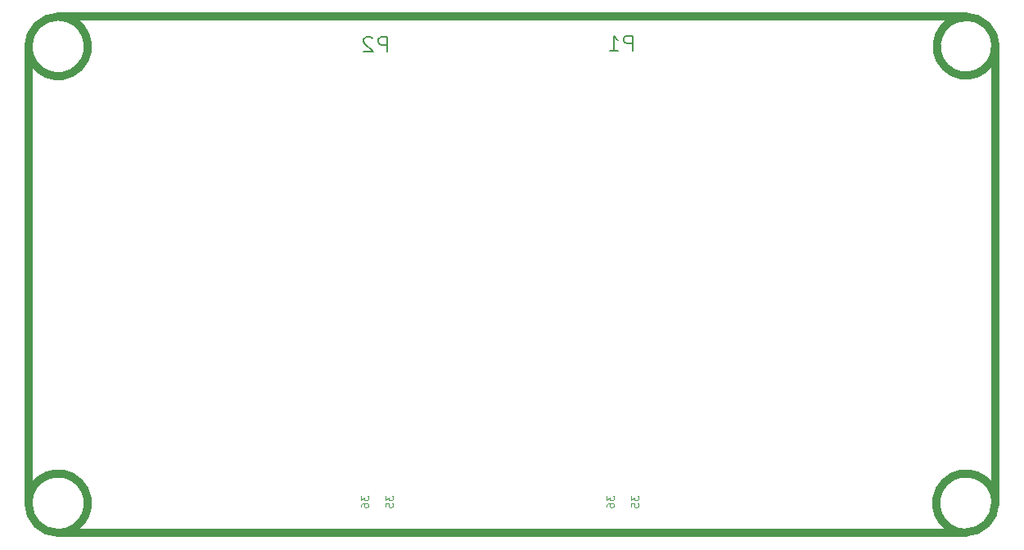
<source format=gbr>
%TF.GenerationSoftware,KiCad,Pcbnew,9.0.0*%
%TF.CreationDate,2025-04-10T12:41:04-04:00*%
%TF.ProjectId,PocketBeagle2Cape_rev1,506f636b-6574-4426-9561-676c65324361,rev?*%
%TF.SameCoordinates,Original*%
%TF.FileFunction,Legend,Bot*%
%TF.FilePolarity,Positive*%
%FSLAX46Y46*%
G04 Gerber Fmt 4.6, Leading zero omitted, Abs format (unit mm)*
G04 Created by KiCad (PCBNEW 9.0.0) date 2025-04-10 12:41:04*
%MOMM*%
%LPD*%
G01*
G04 APERTURE LIST*
%ADD10C,0.812800*%
%ADD11C,0.097536*%
%ADD12C,0.198120*%
G04 APERTURE END LIST*
D10*
X193921100Y-128628600D02*
X193921100Y-81378600D01*
X97001100Y-131708600D02*
X190901100Y-131708600D01*
X190901100Y-78298600D02*
G75*
G02*
X193981100Y-81378600I0J-3080000D01*
G01*
X93921100Y-81378600D02*
G75*
G02*
X97001100Y-78298600I3080000J0D01*
G01*
X97001100Y-78298600D02*
G75*
G02*
X93921100Y-81378600I0J-3080000D01*
G01*
X193921100Y-128628600D02*
G75*
G02*
X190901100Y-131648600I-3020000J0D01*
G01*
X190901100Y-78298600D02*
X97001100Y-78298600D01*
X193921100Y-81378600D02*
G75*
G02*
X190901100Y-78358600I-3020000J0D01*
G01*
X190901100Y-131708600D02*
G75*
G02*
X193981100Y-128628600I0J3080000D01*
G01*
X93921100Y-81378600D02*
X93921100Y-128628600D01*
X97001100Y-131708600D02*
G75*
G02*
X93921100Y-128628600I0J3080000D01*
G01*
X93921100Y-128628600D02*
G75*
G02*
X97001100Y-131708600I3080000J0D01*
G01*
D11*
X130879984Y-127844476D02*
X130879984Y-128322480D01*
X130879984Y-128322480D02*
X131174140Y-128065093D01*
X131174140Y-128065093D02*
X131174140Y-128175402D01*
X131174140Y-128175402D02*
X131210910Y-128248941D01*
X131210910Y-128248941D02*
X131247679Y-128285710D01*
X131247679Y-128285710D02*
X131321218Y-128322480D01*
X131321218Y-128322480D02*
X131505066Y-128322480D01*
X131505066Y-128322480D02*
X131578605Y-128285710D01*
X131578605Y-128285710D02*
X131615375Y-128248941D01*
X131615375Y-128248941D02*
X131652144Y-128175402D01*
X131652144Y-128175402D02*
X131652144Y-127954785D01*
X131652144Y-127954785D02*
X131615375Y-127881246D01*
X131615375Y-127881246D02*
X131578605Y-127844476D01*
X130879984Y-129021100D02*
X130879984Y-128653405D01*
X130879984Y-128653405D02*
X131247679Y-128616636D01*
X131247679Y-128616636D02*
X131210910Y-128653405D01*
X131210910Y-128653405D02*
X131174140Y-128726944D01*
X131174140Y-128726944D02*
X131174140Y-128910792D01*
X131174140Y-128910792D02*
X131210910Y-128984331D01*
X131210910Y-128984331D02*
X131247679Y-129021100D01*
X131247679Y-129021100D02*
X131321218Y-129057870D01*
X131321218Y-129057870D02*
X131505066Y-129057870D01*
X131505066Y-129057870D02*
X131578605Y-129021100D01*
X131578605Y-129021100D02*
X131615375Y-128984331D01*
X131615375Y-128984331D02*
X131652144Y-128910792D01*
X131652144Y-128910792D02*
X131652144Y-128726944D01*
X131652144Y-128726944D02*
X131615375Y-128653405D01*
X131615375Y-128653405D02*
X131578605Y-128616636D01*
X128339984Y-127844476D02*
X128339984Y-128322480D01*
X128339984Y-128322480D02*
X128634140Y-128065093D01*
X128634140Y-128065093D02*
X128634140Y-128175402D01*
X128634140Y-128175402D02*
X128670910Y-128248941D01*
X128670910Y-128248941D02*
X128707679Y-128285710D01*
X128707679Y-128285710D02*
X128781218Y-128322480D01*
X128781218Y-128322480D02*
X128965066Y-128322480D01*
X128965066Y-128322480D02*
X129038605Y-128285710D01*
X129038605Y-128285710D02*
X129075375Y-128248941D01*
X129075375Y-128248941D02*
X129112144Y-128175402D01*
X129112144Y-128175402D02*
X129112144Y-127954785D01*
X129112144Y-127954785D02*
X129075375Y-127881246D01*
X129075375Y-127881246D02*
X129038605Y-127844476D01*
X128339984Y-128984331D02*
X128339984Y-128837253D01*
X128339984Y-128837253D02*
X128376754Y-128763714D01*
X128376754Y-128763714D02*
X128413523Y-128726944D01*
X128413523Y-128726944D02*
X128523832Y-128653405D01*
X128523832Y-128653405D02*
X128670910Y-128616636D01*
X128670910Y-128616636D02*
X128965066Y-128616636D01*
X128965066Y-128616636D02*
X129038605Y-128653405D01*
X129038605Y-128653405D02*
X129075375Y-128690175D01*
X129075375Y-128690175D02*
X129112144Y-128763714D01*
X129112144Y-128763714D02*
X129112144Y-128910792D01*
X129112144Y-128910792D02*
X129075375Y-128984331D01*
X129075375Y-128984331D02*
X129038605Y-129021100D01*
X129038605Y-129021100D02*
X128965066Y-129057870D01*
X128965066Y-129057870D02*
X128781218Y-129057870D01*
X128781218Y-129057870D02*
X128707679Y-129021100D01*
X128707679Y-129021100D02*
X128670910Y-128984331D01*
X128670910Y-128984331D02*
X128634140Y-128910792D01*
X128634140Y-128910792D02*
X128634140Y-128763714D01*
X128634140Y-128763714D02*
X128670910Y-128690175D01*
X128670910Y-128690175D02*
X128707679Y-128653405D01*
X128707679Y-128653405D02*
X128781218Y-128616636D01*
X153739984Y-127844476D02*
X153739984Y-128322480D01*
X153739984Y-128322480D02*
X154034140Y-128065093D01*
X154034140Y-128065093D02*
X154034140Y-128175402D01*
X154034140Y-128175402D02*
X154070910Y-128248941D01*
X154070910Y-128248941D02*
X154107679Y-128285710D01*
X154107679Y-128285710D02*
X154181218Y-128322480D01*
X154181218Y-128322480D02*
X154365066Y-128322480D01*
X154365066Y-128322480D02*
X154438605Y-128285710D01*
X154438605Y-128285710D02*
X154475375Y-128248941D01*
X154475375Y-128248941D02*
X154512144Y-128175402D01*
X154512144Y-128175402D02*
X154512144Y-127954785D01*
X154512144Y-127954785D02*
X154475375Y-127881246D01*
X154475375Y-127881246D02*
X154438605Y-127844476D01*
X153739984Y-128984331D02*
X153739984Y-128837253D01*
X153739984Y-128837253D02*
X153776754Y-128763714D01*
X153776754Y-128763714D02*
X153813523Y-128726944D01*
X153813523Y-128726944D02*
X153923832Y-128653405D01*
X153923832Y-128653405D02*
X154070910Y-128616636D01*
X154070910Y-128616636D02*
X154365066Y-128616636D01*
X154365066Y-128616636D02*
X154438605Y-128653405D01*
X154438605Y-128653405D02*
X154475375Y-128690175D01*
X154475375Y-128690175D02*
X154512144Y-128763714D01*
X154512144Y-128763714D02*
X154512144Y-128910792D01*
X154512144Y-128910792D02*
X154475375Y-128984331D01*
X154475375Y-128984331D02*
X154438605Y-129021100D01*
X154438605Y-129021100D02*
X154365066Y-129057870D01*
X154365066Y-129057870D02*
X154181218Y-129057870D01*
X154181218Y-129057870D02*
X154107679Y-129021100D01*
X154107679Y-129021100D02*
X154070910Y-128984331D01*
X154070910Y-128984331D02*
X154034140Y-128910792D01*
X154034140Y-128910792D02*
X154034140Y-128763714D01*
X154034140Y-128763714D02*
X154070910Y-128690175D01*
X154070910Y-128690175D02*
X154107679Y-128653405D01*
X154107679Y-128653405D02*
X154181218Y-128616636D01*
X156279984Y-127844476D02*
X156279984Y-128322480D01*
X156279984Y-128322480D02*
X156574140Y-128065093D01*
X156574140Y-128065093D02*
X156574140Y-128175402D01*
X156574140Y-128175402D02*
X156610910Y-128248941D01*
X156610910Y-128248941D02*
X156647679Y-128285710D01*
X156647679Y-128285710D02*
X156721218Y-128322480D01*
X156721218Y-128322480D02*
X156905066Y-128322480D01*
X156905066Y-128322480D02*
X156978605Y-128285710D01*
X156978605Y-128285710D02*
X157015375Y-128248941D01*
X157015375Y-128248941D02*
X157052144Y-128175402D01*
X157052144Y-128175402D02*
X157052144Y-127954785D01*
X157052144Y-127954785D02*
X157015375Y-127881246D01*
X157015375Y-127881246D02*
X156978605Y-127844476D01*
X156279984Y-129021100D02*
X156279984Y-128653405D01*
X156279984Y-128653405D02*
X156647679Y-128616636D01*
X156647679Y-128616636D02*
X156610910Y-128653405D01*
X156610910Y-128653405D02*
X156574140Y-128726944D01*
X156574140Y-128726944D02*
X156574140Y-128910792D01*
X156574140Y-128910792D02*
X156610910Y-128984331D01*
X156610910Y-128984331D02*
X156647679Y-129021100D01*
X156647679Y-129021100D02*
X156721218Y-129057870D01*
X156721218Y-129057870D02*
X156905066Y-129057870D01*
X156905066Y-129057870D02*
X156978605Y-129021100D01*
X156978605Y-129021100D02*
X157015375Y-128984331D01*
X157015375Y-128984331D02*
X157052144Y-128910792D01*
X157052144Y-128910792D02*
X157052144Y-128726944D01*
X157052144Y-128726944D02*
X157015375Y-128653405D01*
X157015375Y-128653405D02*
X156978605Y-128616636D01*
D12*
X156417665Y-81832835D02*
X156417665Y-80264385D01*
X156417665Y-80264385D02*
X155820160Y-80264385D01*
X155820160Y-80264385D02*
X155670784Y-80339073D01*
X155670784Y-80339073D02*
X155596096Y-80413761D01*
X155596096Y-80413761D02*
X155521408Y-80563137D01*
X155521408Y-80563137D02*
X155521408Y-80787201D01*
X155521408Y-80787201D02*
X155596096Y-80936577D01*
X155596096Y-80936577D02*
X155670784Y-81011266D01*
X155670784Y-81011266D02*
X155820160Y-81085954D01*
X155820160Y-81085954D02*
X156417665Y-81085954D01*
X154027646Y-81832835D02*
X154923903Y-81832835D01*
X154475775Y-81832835D02*
X154475775Y-80264385D01*
X154475775Y-80264385D02*
X154625151Y-80488449D01*
X154625151Y-80488449D02*
X154774527Y-80637825D01*
X154774527Y-80637825D02*
X154923903Y-80712513D01*
X131006217Y-81947749D02*
X131006217Y-80379299D01*
X131006217Y-80379299D02*
X130408712Y-80379299D01*
X130408712Y-80379299D02*
X130259336Y-80453987D01*
X130259336Y-80453987D02*
X130184648Y-80528675D01*
X130184648Y-80528675D02*
X130109960Y-80678051D01*
X130109960Y-80678051D02*
X130109960Y-80902115D01*
X130109960Y-80902115D02*
X130184648Y-81051491D01*
X130184648Y-81051491D02*
X130259336Y-81126180D01*
X130259336Y-81126180D02*
X130408712Y-81200868D01*
X130408712Y-81200868D02*
X131006217Y-81200868D01*
X129512455Y-80528675D02*
X129437767Y-80453987D01*
X129437767Y-80453987D02*
X129288391Y-80379299D01*
X129288391Y-80379299D02*
X128914950Y-80379299D01*
X128914950Y-80379299D02*
X128765574Y-80453987D01*
X128765574Y-80453987D02*
X128690886Y-80528675D01*
X128690886Y-80528675D02*
X128616198Y-80678051D01*
X128616198Y-80678051D02*
X128616198Y-80827427D01*
X128616198Y-80827427D02*
X128690886Y-81051491D01*
X128690886Y-81051491D02*
X129587143Y-81947749D01*
X129587143Y-81947749D02*
X128616198Y-81947749D01*
M02*

</source>
